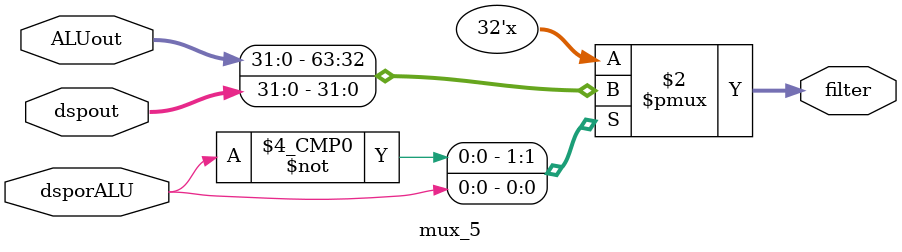
<source format=v>
`timescale 1ns / 1ps

module mux_5 (input [31:0] ALUout,input [31:0] dspout, input dsporALU,
              output reg [31:0] filter);

	always @(*) begin
		case (dsporALU)
			1'b0: filter = ALUout;
			1'b1: filter = dspout;
		endcase
	end

endmodule
</source>
